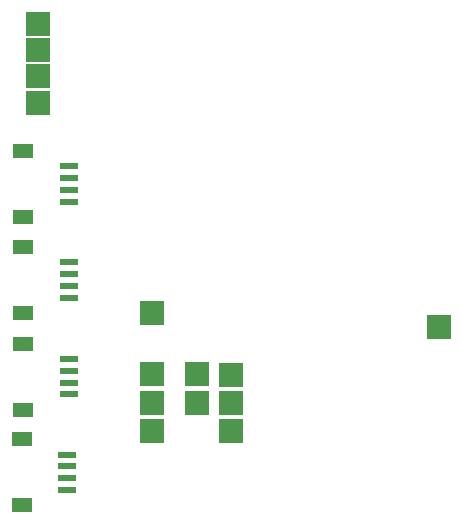
<source format=gbr>
%TF.GenerationSoftware,KiCad,Pcbnew,(6.0.10-0)*%
%TF.CreationDate,2023-03-03T19:39:16-08:00*%
%TF.ProjectId,1.0,312e302e-6b69-4636-9164-5f7063625858,rev?*%
%TF.SameCoordinates,Original*%
%TF.FileFunction,Paste,Bot*%
%TF.FilePolarity,Positive*%
%FSLAX46Y46*%
G04 Gerber Fmt 4.6, Leading zero omitted, Abs format (unit mm)*
G04 Created by KiCad (PCBNEW (6.0.10-0)) date 2023-03-03 19:39:16*
%MOMM*%
%LPD*%
G01*
G04 APERTURE LIST*
%ADD10R,2.000000X2.000000*%
%ADD11R,1.800000X1.200000*%
%ADD12R,1.550000X0.600000*%
G04 APERTURE END LIST*
D10*
%TO.C,TP11*%
X163200000Y-146400000D03*
%TD*%
D11*
%TO.C,J4*%
X152162500Y-155100000D03*
X152162500Y-149500000D03*
D12*
X156037500Y-153800000D03*
X156037500Y-152800000D03*
X156037500Y-151800000D03*
X156037500Y-150800000D03*
%TD*%
D10*
%TO.C,TP13*%
X163200000Y-138850000D03*
%TD*%
%TO.C,TP5*%
X153560000Y-116570000D03*
%TD*%
%TO.C,TP6*%
X153560000Y-118770000D03*
%TD*%
%TO.C,TP4*%
X169875000Y-146400000D03*
%TD*%
D11*
%TO.C,J3*%
X152262500Y-147000000D03*
X152262500Y-141400000D03*
D12*
X156137500Y-145700000D03*
X156137500Y-144700000D03*
X156137500Y-143700000D03*
X156137500Y-142700000D03*
%TD*%
D10*
%TO.C,TP7*%
X169875000Y-148800000D03*
%TD*%
%TO.C,TP9*%
X153570000Y-121060000D03*
%TD*%
%TO.C,TP12*%
X167050000Y-144000000D03*
%TD*%
%TO.C,TP3*%
X167050000Y-146400000D03*
%TD*%
%TO.C,TP14*%
X163200000Y-144000000D03*
%TD*%
%TO.C,TP10*%
X153560000Y-114370000D03*
%TD*%
%TO.C,TP15*%
X163225000Y-148800000D03*
%TD*%
%TO.C,TP16*%
X187500000Y-140000000D03*
%TD*%
D11*
%TO.C,J6*%
X152262500Y-138800000D03*
X152262500Y-133200000D03*
D12*
X156137500Y-137500000D03*
X156137500Y-136500000D03*
X156137500Y-135500000D03*
X156137500Y-134500000D03*
%TD*%
D10*
%TO.C,TP8*%
X169900000Y-144025000D03*
%TD*%
D11*
%TO.C,J5*%
X152262500Y-130700000D03*
X152262500Y-125100000D03*
D12*
X156137500Y-129400000D03*
X156137500Y-128400000D03*
X156137500Y-127400000D03*
X156137500Y-126400000D03*
%TD*%
M02*

</source>
